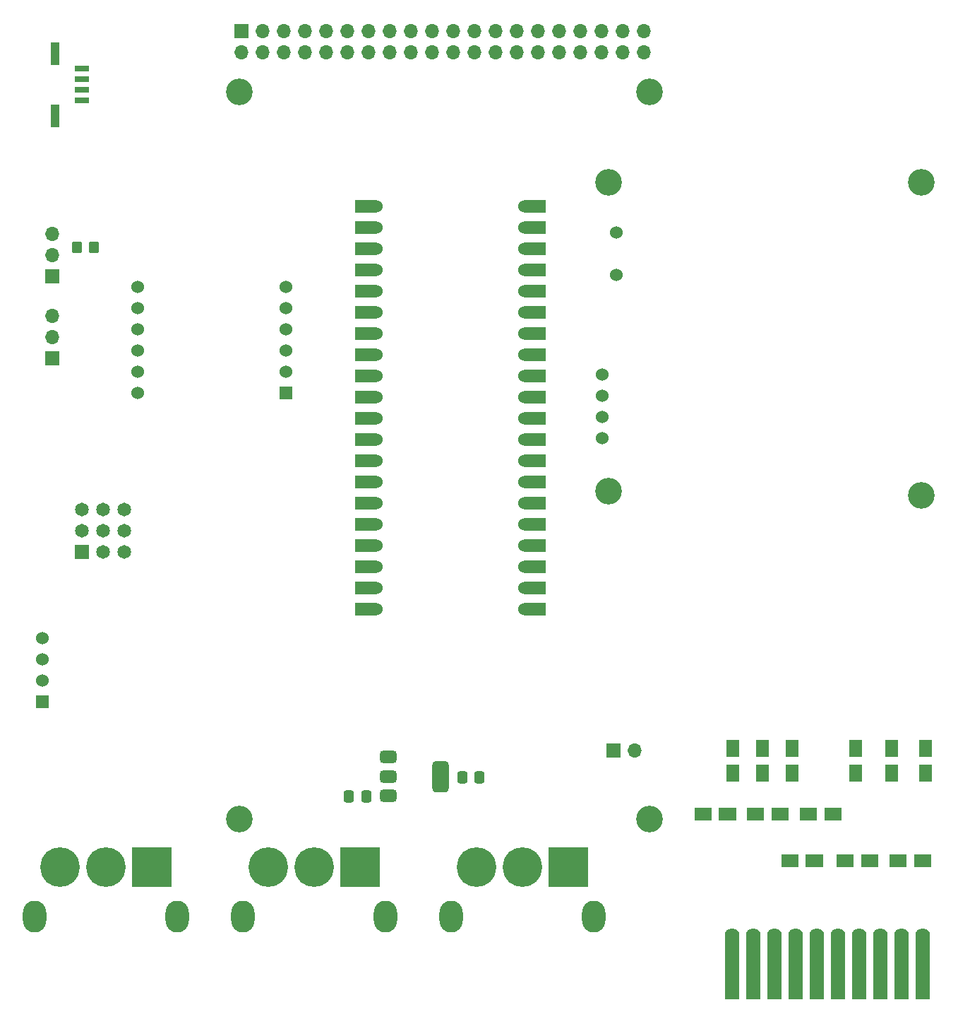
<source format=gbr>
%TF.GenerationSoftware,KiCad,Pcbnew,8.0.1*%
%TF.CreationDate,2024-04-06T23:47:00-04:00*%
%TF.ProjectId,MainBoard1 (1),4d61696e-426f-4617-9264-31202831292e,rev?*%
%TF.SameCoordinates,Original*%
%TF.FileFunction,Soldermask,Top*%
%TF.FilePolarity,Negative*%
%FSLAX46Y46*%
G04 Gerber Fmt 4.6, Leading zero omitted, Abs format (unit mm)*
G04 Created by KiCad (PCBNEW 8.0.1) date 2024-04-06 23:47:00*
%MOMM*%
%LPD*%
G01*
G04 APERTURE LIST*
G04 Aperture macros list*
%AMRoundRect*
0 Rectangle with rounded corners*
0 $1 Rounding radius*
0 $2 $3 $4 $5 $6 $7 $8 $9 X,Y pos of 4 corners*
0 Add a 4 corners polygon primitive as box body*
4,1,4,$2,$3,$4,$5,$6,$7,$8,$9,$2,$3,0*
0 Add four circle primitives for the rounded corners*
1,1,$1+$1,$2,$3*
1,1,$1+$1,$4,$5*
1,1,$1+$1,$6,$7*
1,1,$1+$1,$8,$9*
0 Add four rect primitives between the rounded corners*
20,1,$1+$1,$2,$3,$4,$5,0*
20,1,$1+$1,$4,$5,$6,$7,0*
20,1,$1+$1,$6,$7,$8,$9,0*
20,1,$1+$1,$8,$9,$2,$3,0*%
%AMFreePoly0*
4,1,6,1.000000,0.000000,0.500000,-0.750000,-0.500000,-0.750000,-0.500000,0.750000,0.500000,0.750000,1.000000,0.000000,1.000000,0.000000,$1*%
G04 Aperture macros list end*
%ADD10RoundRect,0.375000X-0.625000X-0.375000X0.625000X-0.375000X0.625000X0.375000X-0.625000X0.375000X0*%
%ADD11RoundRect,0.500000X-0.500000X-1.400000X0.500000X-1.400000X0.500000X1.400000X-0.500000X1.400000X0*%
%ADD12RoundRect,0.250000X-0.337500X-0.475000X0.337500X-0.475000X0.337500X0.475000X-0.337500X0.475000X0*%
%ADD13R,1.500000X1.500000*%
%ADD14FreePoly0,0.000000*%
%ADD15FreePoly0,180.000000*%
%ADD16C,3.200000*%
%ADD17R,1.651000X1.651000*%
%ADD18C,1.651000*%
%ADD19R,1.700000X1.700000*%
%ADD20O,1.700000X1.700000*%
%ADD21FreePoly0,90.000000*%
%ADD22FreePoly0,270.000000*%
%ADD23O,2.800000X3.800000*%
%ADD24C,4.750000*%
%ADD25R,4.750000X4.750000*%
%ADD26R,1.524000X1.524000*%
%ADD27C,1.524000*%
%ADD28R,1.701800X0.660400*%
%ADD29R,1.092200X2.794000*%
%ADD30RoundRect,0.250000X-0.350000X-0.450000X0.350000X-0.450000X0.350000X0.450000X-0.350000X0.450000X0*%
%ADD31R,2.540000X1.524000*%
%ADD32C,1.780000*%
%ADD33R,1.780000X7.700000*%
G04 APERTURE END LIST*
D10*
%TO.C,U3*%
X104240800Y-130846800D03*
X104240800Y-133146800D03*
D11*
X110540800Y-133146800D03*
D10*
X104240800Y-135446800D03*
%TD*%
D12*
%TO.C,C1*%
X99521100Y-135585200D03*
X101596100Y-135585200D03*
%TD*%
D13*
%TO.C,JP10*%
X154914000Y-137668000D03*
X157314000Y-137668000D03*
D14*
X154114000Y-137668000D03*
D15*
X158114000Y-137668000D03*
%TD*%
D16*
%TO.C,H3*%
X135593400Y-138265000D03*
%TD*%
D17*
%TO.C,J4*%
X67495000Y-106280000D03*
D18*
X67495000Y-103740000D03*
X67495000Y-101200000D03*
X70035000Y-106280000D03*
X70035000Y-103740000D03*
X70035000Y-101200000D03*
X72575000Y-106280000D03*
X72575000Y-103740000D03*
X72575000Y-101200000D03*
%TD*%
D19*
%TO.C,U6*%
X63975000Y-73215000D03*
D20*
X63975000Y-70675000D03*
X63975000Y-68135000D03*
%TD*%
D13*
%TO.C,JP4*%
X152686000Y-143256000D03*
X155086000Y-143256000D03*
D14*
X151886000Y-143256000D03*
D15*
X155886000Y-143256000D03*
%TD*%
D13*
%TO.C,JP1*%
X145542000Y-132486000D03*
X145542000Y-130086000D03*
D21*
X145542000Y-133286000D03*
D22*
X145542000Y-129286000D03*
%TD*%
D23*
%TO.C,J2*%
X61828000Y-149986000D03*
X78928000Y-149986000D03*
X86828000Y-149986000D03*
X103928000Y-149986000D03*
X111798000Y-149986000D03*
X128898000Y-149986000D03*
D24*
X64878000Y-143986000D03*
X70378000Y-143986000D03*
D25*
X75878000Y-143986000D03*
D24*
X89878000Y-143986000D03*
X95378000Y-143986000D03*
D25*
X100878000Y-143986000D03*
D24*
X114848000Y-143986000D03*
X120348000Y-143986000D03*
D25*
X125848000Y-143986000D03*
%TD*%
D19*
%TO.C,U1*%
X131262200Y-130054200D03*
D20*
X133802200Y-130054200D03*
%TD*%
D19*
%TO.C,U4*%
X63950000Y-83030000D03*
D20*
X63950000Y-80490000D03*
X63950000Y-77950000D03*
%TD*%
D13*
%TO.C,JP12*%
X165678000Y-143256000D03*
X168078000Y-143256000D03*
D14*
X164878000Y-143256000D03*
D15*
X168878000Y-143256000D03*
%TD*%
D13*
%TO.C,JP3*%
X160274000Y-132486000D03*
X160274000Y-130086000D03*
D21*
X160274000Y-133286000D03*
D22*
X160274000Y-129286000D03*
%TD*%
D13*
%TO.C,JP7*%
X164592000Y-132486000D03*
X164592000Y-130086000D03*
D21*
X164592000Y-133286000D03*
D22*
X164592000Y-129286000D03*
%TD*%
D16*
%TO.C,H1*%
X135593400Y-51181000D03*
%TD*%
D13*
%TO.C,JP6*%
X148564000Y-137668000D03*
X150964000Y-137668000D03*
D14*
X147764000Y-137668000D03*
D15*
X151764000Y-137668000D03*
%TD*%
D16*
%TO.C,H2*%
X86385400Y-51181000D03*
%TD*%
D13*
%TO.C,JP11*%
X168656000Y-132486000D03*
X168656000Y-130086000D03*
D21*
X168656000Y-133286000D03*
D22*
X168656000Y-129286000D03*
%TD*%
D26*
%TO.C,U8*%
X91948000Y-87222000D03*
D27*
X91948000Y-84682000D03*
X91948000Y-82142000D03*
X91948000Y-79602000D03*
X91948000Y-77062000D03*
X91948000Y-74522000D03*
X74228000Y-87222000D03*
X74228000Y-84682000D03*
X74228000Y-82142000D03*
X74228000Y-79602000D03*
X74228000Y-77062000D03*
X74228000Y-74522000D03*
%TD*%
D28*
%TO.C,J1*%
X67483900Y-48391600D03*
X67483900Y-49641600D03*
X67483900Y-50891600D03*
X67483900Y-52141600D03*
D29*
X64283899Y-46541601D03*
X64283899Y-53991599D03*
%TD*%
D30*
%TO.C,R1*%
X66950000Y-69750000D03*
X68950000Y-69750000D03*
%TD*%
D26*
%TO.C,U7*%
X62792000Y-124182000D03*
D27*
X62792000Y-121642000D03*
X62792000Y-119102000D03*
X62792000Y-116562000D03*
%TD*%
D16*
%TO.C,H4*%
X86385400Y-138265000D03*
%TD*%
D13*
%TO.C,JP5*%
X149098000Y-132486000D03*
X149098000Y-130086000D03*
D21*
X149098000Y-133286000D03*
D22*
X149098000Y-129286000D03*
%TD*%
D13*
%TO.C,JP9*%
X152654000Y-132486000D03*
X152654000Y-130086000D03*
D21*
X152654000Y-133286000D03*
D22*
X152654000Y-129286000D03*
%TD*%
D31*
%TO.C,U2*%
X121855000Y-113157000D03*
D27*
X120585000Y-113157000D03*
D31*
X121855000Y-110617000D03*
D27*
X120585000Y-110617000D03*
D31*
X121855000Y-108077000D03*
D27*
X120585000Y-108077000D03*
D31*
X121855000Y-105537000D03*
D27*
X120585000Y-105537000D03*
D31*
X121855000Y-102997000D03*
D27*
X120585000Y-102997000D03*
D31*
X121855000Y-100457000D03*
D27*
X120585000Y-100457000D03*
D31*
X121855000Y-97917000D03*
D27*
X120585000Y-97917000D03*
D31*
X121855000Y-95377000D03*
D27*
X120585000Y-95377000D03*
D31*
X121855000Y-92837000D03*
D27*
X120585000Y-92837000D03*
D31*
X121855000Y-90297000D03*
D27*
X120585000Y-90297000D03*
D31*
X121855000Y-87757000D03*
D27*
X120585000Y-87757000D03*
D31*
X121855000Y-85217000D03*
D27*
X120585000Y-85217000D03*
D31*
X121855000Y-82677000D03*
D27*
X120585000Y-82677000D03*
D31*
X121855000Y-80137000D03*
D27*
X120585000Y-80137000D03*
D31*
X121855000Y-77597000D03*
D27*
X120585000Y-77597000D03*
D31*
X121855000Y-75057000D03*
D27*
X120585000Y-75057000D03*
D31*
X121855000Y-72517000D03*
D27*
X120585000Y-72517000D03*
D31*
X121855000Y-69977000D03*
D27*
X120585000Y-69977000D03*
D31*
X121855000Y-67437000D03*
D27*
X120585000Y-67437000D03*
D31*
X121855000Y-64897000D03*
D27*
X120585000Y-64897000D03*
X102805000Y-64897000D03*
D31*
X101535000Y-64897000D03*
D27*
X102805000Y-67437000D03*
D31*
X101535000Y-67437000D03*
D27*
X102805000Y-69977000D03*
D31*
X101535000Y-69977000D03*
D27*
X102805000Y-72517000D03*
D31*
X101535000Y-72517000D03*
D27*
X102805000Y-75057000D03*
D31*
X101535000Y-75057000D03*
D27*
X102805000Y-77597000D03*
D31*
X101535000Y-77597000D03*
D27*
X102805000Y-80137000D03*
D31*
X101535000Y-80137000D03*
D27*
X102805000Y-82677000D03*
D31*
X101535000Y-82677000D03*
D27*
X102805000Y-85217000D03*
D31*
X101535000Y-85217000D03*
D27*
X102805000Y-87757000D03*
D31*
X101535000Y-87757000D03*
D27*
X102805000Y-90297000D03*
D31*
X101535000Y-90297000D03*
D27*
X102805000Y-92837000D03*
D31*
X101535000Y-92837000D03*
D27*
X102805000Y-95377000D03*
D31*
X101535000Y-95377000D03*
D27*
X102805000Y-97917000D03*
D31*
X101535000Y-97917000D03*
D27*
X102805000Y-100457000D03*
D31*
X101535000Y-100457000D03*
D27*
X102805000Y-102997000D03*
D31*
X101535000Y-102997000D03*
D27*
X102805000Y-105537000D03*
D31*
X101535000Y-105537000D03*
D27*
X102805000Y-108077000D03*
D31*
X101535000Y-108077000D03*
D27*
X102805000Y-110617000D03*
D31*
X101535000Y-110617000D03*
D27*
X102805000Y-113157000D03*
D31*
X101535000Y-113157000D03*
%TD*%
D13*
%TO.C,JP8*%
X159328000Y-143256000D03*
X161728000Y-143256000D03*
D14*
X158528000Y-143256000D03*
D15*
X162528000Y-143256000D03*
%TD*%
D16*
%TO.C,U9*%
X168175000Y-61995000D03*
X130675000Y-61995000D03*
X130675000Y-98995000D03*
X168175000Y-99495000D03*
D27*
X129875000Y-85045000D03*
X129875000Y-87585000D03*
X129875000Y-90125000D03*
X129875000Y-92665000D03*
X131575000Y-73045000D03*
X131575000Y-67965000D03*
%TD*%
D32*
%TO.C,J3*%
X145468000Y-152216000D03*
D33*
X145468000Y-156046000D03*
D32*
X148008000Y-152216000D03*
D33*
X148008000Y-156046000D03*
D32*
X150548000Y-152216000D03*
D33*
X150548000Y-156046000D03*
D32*
X153088000Y-152216000D03*
D33*
X153088000Y-156046000D03*
D32*
X155628000Y-152216000D03*
D33*
X155628000Y-156046000D03*
D32*
X158168000Y-152216000D03*
D33*
X158168000Y-156046000D03*
D32*
X160708000Y-152216000D03*
D33*
X160708000Y-156046000D03*
D32*
X163248000Y-152216000D03*
D33*
X163248000Y-156046000D03*
D32*
X165788000Y-152216000D03*
D33*
X165788000Y-156046000D03*
D32*
X168328000Y-152216000D03*
D33*
X168328000Y-156046000D03*
%TD*%
D13*
%TO.C,JP2*%
X142278000Y-137668000D03*
X144678000Y-137668000D03*
D14*
X141478000Y-137668000D03*
D15*
X145478000Y-137668000D03*
%TD*%
D12*
%TO.C,C2*%
X113106200Y-133248400D03*
X115181200Y-133248400D03*
%TD*%
D19*
%TO.C,U5*%
X86639400Y-43865800D03*
D20*
X86639400Y-46405800D03*
X89179400Y-43865800D03*
X89179400Y-46405800D03*
X91719400Y-43865800D03*
X91719400Y-46405800D03*
X94259400Y-43865800D03*
X94259400Y-46405800D03*
X96799400Y-43865800D03*
X96799400Y-46405800D03*
X99339400Y-43865800D03*
X99339400Y-46405800D03*
X101879400Y-43865800D03*
X101879400Y-46405800D03*
X104419400Y-43865800D03*
X104419400Y-46405800D03*
X106959400Y-43865800D03*
X106959400Y-46405800D03*
X109499400Y-43865800D03*
X109499400Y-46405800D03*
X112039400Y-43865800D03*
X112039400Y-46405800D03*
X114579400Y-43865800D03*
X114579400Y-46405800D03*
X117119400Y-43865800D03*
X117119400Y-46405800D03*
X119659400Y-43865800D03*
X119659400Y-46405800D03*
X122199400Y-43865800D03*
X122199400Y-46405800D03*
X124739400Y-43865800D03*
X124739400Y-46405800D03*
X127279400Y-43865800D03*
X127279400Y-46405800D03*
X129819400Y-43865800D03*
X129819400Y-46405800D03*
X132359400Y-43865800D03*
X132359400Y-46405800D03*
X134899400Y-43865800D03*
X134899400Y-46405800D03*
%TD*%
M02*

</source>
